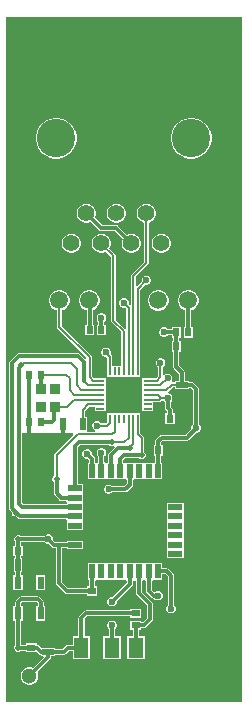
<source format=gbr>
%FSTAX23Y23*%
%MOIN*%
%SFA1B1*%

%IPPOS*%
%ADD10R,0.023622X0.027559*%
%ADD11R,0.019685X0.039370*%
%ADD12R,0.039370X0.019685*%
%ADD13R,0.047244X0.019685*%
%ADD14R,0.019685X0.047244*%
%ADD15R,0.094488X0.094488*%
%ADD16R,0.007874X0.027559*%
%ADD17R,0.027559X0.007874*%
%ADD18R,0.035433X0.037401*%
%ADD19C,0.019685*%
%ADD20R,0.051181X0.066929*%
%ADD21R,0.027559X0.023622*%
%ADD22R,0.023622X0.043307*%
%ADD23C,0.011811*%
%ADD24C,0.007874*%
%ADD25C,0.062992*%
%ADD26C,0.023622*%
%ADD27C,0.051181*%
%ADD28C,0.090551*%
%ADD29C,0.059842*%
%ADD30C,0.055905*%
%ADD31C,0.082677*%
%ADD32C,0.127952*%
%ADD33C,0.023622*%
%LNwol_pcb_copper_signal_top-1*%
%LPD*%
G36*
X00787Y0D02*
X0D01*
Y02283*
X00787*
Y0*
G37*
%LNwol_pcb_copper_signal_top-2*%
%LPC*%
G36*
X00625Y01946D02*
X00612D01*
X00598Y01944*
X00586Y01938*
X00575Y01931*
X00565Y01922*
X00558Y0191*
X00553Y01898*
X0055Y01885*
Y01872*
X00553Y01858*
X00558Y01846*
X00565Y01835*
X00575Y01825*
X00586Y01818*
X00598Y01813*
X00612Y0181*
X00625*
X00638Y01813*
X0065Y01818*
X00661Y01825*
X00671Y01835*
X00678Y01846*
X00684Y01858*
X00686Y01872*
Y01885*
X00684Y01898*
X00678Y0191*
X00671Y01922*
X00661Y01931*
X0065Y01938*
X00638Y01944*
X00625Y01946*
G37*
G36*
X00175D02*
X00162D01*
X00148Y01944*
X00136Y01938*
X00125Y01931*
X00115Y01922*
X00108Y0191*
X00103Y01898*
X001Y01885*
Y01872*
X00103Y01858*
X00108Y01846*
X00115Y01835*
X00125Y01825*
X00136Y01818*
X00148Y01813*
X00162Y0181*
X00175*
X00188Y01813*
X002Y01818*
X00211Y01825*
X00221Y01835*
X00228Y01846*
X00234Y01858*
X00236Y01872*
Y01885*
X00234Y01898*
X00228Y0191*
X00221Y01922*
X00211Y01931*
X002Y01938*
X00188Y01944*
X00175Y01946*
G37*
G36*
X00372Y0166D02*
X00364D01*
X00356Y01658*
X00349Y01654*
X00343Y01648*
X00338Y01641*
X00336Y01632*
Y01624*
X00338Y01616*
X00343Y01609*
X00349Y01603*
X00356Y01599*
X00364Y01596*
X00372*
X00381Y01599*
X00388Y01603*
X00394Y01609*
X00398Y01616*
X004Y01624*
Y01632*
X00398Y01641*
X00394Y01648*
X00388Y01654*
X00381Y01658*
X00372Y0166*
G37*
G36*
X00522Y0156D02*
X00514D01*
X00506Y01558*
X00499Y01554*
X00493Y01548*
X00488Y01541*
X00486Y01532*
Y01524*
X00488Y01516*
X00493Y01509*
X00499Y01503*
X00506Y01499*
X00514Y01496*
X00522*
X00531Y01499*
X00538Y01503*
X00544Y01509*
X00548Y01516*
X0055Y01524*
Y01532*
X00548Y01541*
X00544Y01548*
X00538Y01554*
X00531Y01558*
X00522Y0156*
G37*
G36*
X00272Y0166D02*
X00264D01*
X00256Y01658*
X00249Y01654*
X00243Y01648*
X00238Y01641*
X00236Y01632*
Y01624*
X00238Y01616*
X00243Y01609*
X00249Y01603*
X00256Y01599*
X00264Y01596*
X00272*
X00281Y01599*
X00283Y016*
X00311Y01571*
X00314Y01569*
X00318Y01568*
X00364*
X0039Y01543*
X00388Y01541*
X00386Y01532*
Y01524*
X00388Y01516*
X00393Y01509*
X00399Y01503*
X00406Y01499*
X00414Y01496*
X00422*
X00431Y01499*
X00438Y01503*
X00444Y01509*
X00448Y01516*
X0045Y01524*
Y01532*
X00448Y01541*
X00444Y01548*
X00438Y01554*
X00431Y01558*
X00422Y0156*
X00414*
X00406Y01558*
X00404Y01557*
X00375Y01585*
X00372Y01588*
X00368Y01588*
X00322*
X00297Y01614*
X00298Y01616*
X003Y01624*
Y01632*
X00298Y01641*
X00294Y01648*
X00288Y01654*
X00281Y01658*
X00272Y0166*
G37*
G36*
X00222Y0156D02*
X00214D01*
X00206Y01558*
X00199Y01554*
X00193Y01548*
X00188Y01541*
X00186Y01532*
Y01524*
X00188Y01516*
X00193Y01509*
X00199Y01503*
X00206Y01499*
X00214Y01496*
X00222*
X00231Y01499*
X00238Y01503*
X00244Y01509*
X00248Y01516*
X0025Y01524*
Y01532*
X00248Y01541*
X00244Y01548*
X00238Y01554*
X00231Y01558*
X00222Y0156*
G37*
G36*
X00472Y0166D02*
X00464D01*
X00456Y01658*
X00449Y01654*
X00443Y01648*
X00438Y01641*
X00436Y01632*
Y01624*
X00438Y01616*
X00443Y01609*
X00449Y01603*
X00456Y01599*
X0046Y01597*
Y01467*
X00419Y01426*
X00417Y01424*
X00417Y01421*
Y01325*
X00412Y01323*
X00409Y01327*
X00409Y01327*
Y01333*
X00407Y01339*
X00402Y01344*
X00396Y01346*
X0039*
X00384Y01344*
X0038Y01339*
X00377Y01333*
Y01327*
X0038Y01321*
X00384Y01317*
X0039Y01314*
X00396*
X00397Y01315*
X00401Y01311*
Y01246*
X00396Y01244*
X00366Y01274*
Y01488*
X00365Y01491*
X00363Y01493*
Y01493*
X00345Y01511*
X00348Y01516*
X0035Y01524*
Y01532*
X00348Y01541*
X00344Y01548*
X00338Y01554*
X00331Y01558*
X00322Y0156*
X00314*
X00306Y01558*
X00299Y01554*
X00293Y01548*
X00288Y01541*
X00286Y01532*
Y01524*
X00288Y01516*
X00293Y01509*
X00299Y01503*
X00306Y01499*
X00314Y01496*
X00322*
X00331Y01499*
X00334Y015*
X0035Y01484*
Y01271*
X0035Y01268*
X00352Y01265*
X00385Y01232*
Y01123*
X00382Y0112*
X0037*
X00365*
X00354*
Y0115*
Y0115*
X00353Y01153*
X00352Y01156*
X00349Y01159*
X0035Y01162*
Y01168*
X00347Y01174*
X00343Y01178*
X00337Y01181*
X00331*
X00325Y01178*
X00321Y01174*
X00318Y01168*
Y01162*
X00321Y01156*
X00325Y01152*
X00331Y01149*
X00335*
X00338Y01147*
Y01102*
X00338Y01101*
Y01084*
X00365*
X0037*
X00375*
X00412*
X00417*
X00417*
X00448*
Y01101*
X00448Y01102*
Y01374*
X00464Y0139*
X00465Y01389*
X00471*
X00477Y01392*
X00481Y01396*
X00484Y01402*
Y01408*
X00481Y01414*
X00477Y01418*
X00471Y01421*
X00465*
X00459Y01418*
X00455Y01414*
X00452Y01408*
Y01402*
X00453Y01401*
X00438Y01386*
X00433Y01388*
Y01417*
X00474Y01458*
Y01458*
X00475Y01461*
X00476Y01464*
Y01597*
X00481Y01599*
X00488Y01603*
X00494Y01609*
X00498Y01616*
X005Y01624*
Y01632*
X00498Y01641*
X00494Y01648*
X00488Y01654*
X00481Y01658*
X00472Y0166*
G37*
G36*
X00513Y01372D02*
X00504D01*
X00495Y0137*
X00488Y01365*
X00481Y01359*
X00477Y01351*
X00475Y01343*
Y01334*
X00477Y01325*
X00481Y01317*
X00488Y01311*
X00495Y01307*
X00504Y01304*
X00513*
X00521Y01307*
X00529Y01311*
X00535Y01317*
X0054Y01325*
X00542Y01334*
Y01343*
X0054Y01351*
X00535Y01359*
X00529Y01365*
X00521Y0137*
X00513Y01372*
G37*
G36*
X00322Y01295D02*
X00315D01*
X00309Y01292*
X00305Y01288*
X00303Y01282*
Y01276*
X00305Y0127*
X00308Y01267*
Y01257*
X00303*
Y01222*
X00334*
Y01257*
X00328*
Y01267*
X00332Y0127*
X00334Y01276*
Y01282*
X00332Y01288*
X00327Y01292*
X00322Y01295*
G37*
G36*
X00283Y01372D02*
X00274D01*
X00265Y0137*
X00257Y01365*
X00251Y01359*
X00246Y01351*
X00244Y01343*
Y01334*
X00246Y01325*
X00251Y01317*
X00257Y01311*
X00265Y01307*
X00269Y01306*
Y01257*
X00263*
Y01222*
X00295*
Y01257*
X00289*
Y01306*
X00291Y01307*
X00299Y01311*
X00305Y01317*
X0031Y01325*
X00312Y01334*
Y01343*
X0031Y01351*
X00305Y01359*
X00299Y01365*
X00291Y0137*
X00283Y01372*
G37*
G36*
X00613D02*
X00604D01*
X00595Y0137*
X00588Y01365*
X00581Y01359*
X00577Y01351*
X00575Y01343*
Y01334*
X00577Y01325*
X00581Y01317*
X00588Y01311*
X00595Y01307*
X00598Y01306*
Y0125*
X00592*
Y01214*
X00624*
Y0125*
X00618*
Y01306*
X00621Y01307*
X00629Y01311*
X00635Y01317*
X0064Y01325*
X00642Y01334*
Y01343*
X0064Y01351*
X00635Y01359*
X00629Y01365*
X00621Y0137*
X00613Y01372*
G37*
G36*
X00183D02*
X00174D01*
X00165Y0137*
X00157Y01365*
X00151Y01359*
X00146Y01351*
X00144Y01343*
Y01334*
X00146Y01325*
X00151Y01317*
X00157Y01311*
X00165Y01307*
X0017Y01305*
Y0125*
X00171Y01247*
X00172Y01244*
X0027Y01147*
X00269Y01145*
X00264Y01143*
X00247Y0116*
X00243Y01162*
X0024Y01163*
X00043*
X00039Y01162*
X00036Y0116*
X00012Y01137*
X0001Y01133*
X00009Y01129*
Y00645*
X0001Y00641*
X00012Y00638*
X00019Y00631*
Y00629*
X00021Y00624*
X00025Y0062*
X0003Y00618*
X00033*
X0004Y00611*
X00043Y00608*
X00047Y00608*
X00199*
X00202Y00604*
Y006*
Y00599*
Y00572*
X00257*
Y00599*
Y006*
Y00604*
Y00605*
Y00631*
Y00635*
Y00663*
Y00667*
Y00694*
Y00698*
Y00726*
X0024*
Y00848*
X00248Y00856*
X00344*
X00346Y00854*
X00351Y00852*
X00357*
X00359Y00853*
X00362Y00849*
X00343Y00829*
X00341Y00826*
X0034Y00822*
Y008*
X00337Y00797*
X00332Y00797*
X00328Y00801*
Y00818*
X00332Y00821*
X00334Y00827*
Y00833*
X00332Y00839*
X00327Y00844*
X00322Y00846*
X00315*
X00309Y00844*
X00305Y00839*
X00303Y00833*
Y00827*
X00305Y00821*
X00308Y00818*
Y008*
X00305Y00797*
X003Y00797*
X00297Y00801*
Y00811*
X00296Y00814*
X00294Y00818*
X00287Y00825*
Y00829*
X00285Y00835*
X0028Y0084*
X00274Y00842*
X00268*
X00262Y0084*
X00258Y00835*
X00255Y00829*
Y00823*
X00258Y00817*
X00262Y00813*
X00268Y00811*
X00273*
X00277Y00806*
Y00797*
X00273*
Y00742*
X003*
X00301*
X00305*
X00306*
X00331*
X00332*
X00336*
X00337*
X00364*
X00368*
X00394*
X00395*
X00399*
X00403Y00738*
Y00728*
X00393Y00718*
X00354*
X00351Y00722*
X00345Y00724*
X00339*
X00333Y00722*
X00329Y00717*
X00326Y00711*
Y00705*
X00329Y00699*
X00333Y00695*
X00339Y00692*
X00345*
X00351Y00695*
X00354Y00698*
X00397*
X00401Y00699*
X00404Y00701*
X0042Y00717*
X00422Y0072*
X00423Y00724*
Y00738*
X00426Y00742*
X00431*
X00432*
X00457*
X00458*
X00462*
X00463*
X00489*
X0049*
X00494*
X00495*
X00521*
Y00797*
X00517*
Y0082*
X00523*
Y00856*
X00517*
Y00865*
X00523Y00871*
X00602*
X00606Y00872*
X00609Y00874*
X00632Y00897*
X00636*
X00642Y009*
X00647Y00904*
X00649Y0091*
Y00916*
X00647Y00922*
X00643Y00925*
Y01043*
X00643Y01047*
X0064Y0105*
X00627Y01064*
X00623Y01066*
X0062Y01067*
X0061*
Y0107*
X00596*
Y01098*
X00595Y01102*
X00593Y01105*
X00578Y0112*
Y01167*
X00584*
Y01202*
X00578*
Y01214*
X00584*
Y0125*
X00553*
Y01242*
X00539*
X00536Y01245*
X0053Y01248*
X00524*
X00518Y01245*
X00514Y01241*
X00511Y01235*
Y01229*
X00514Y01223*
X00518Y01218*
X00524Y01216*
X0053*
X00536Y01218*
X00539Y01222*
X00553*
Y01214*
X00558*
Y01202*
X00553*
Y01167*
X00558*
Y01116*
X00559Y01112*
X00561Y01109*
X00576Y01094*
Y0107*
X00562*
Y01065*
X00555*
X00552Y01069*
X00555Y01075*
Y01081*
X00552Y01087*
X00548Y01092*
X00542Y01094*
X00536*
X0053Y01092*
X00528Y0109*
X00523Y01092*
Y01116*
X00524Y01116*
X00529Y01121*
X00531Y01126*
Y01133*
X00529Y01138*
X00524Y01143*
X00518Y01145*
X00512*
X00506Y01143*
X00502Y01138*
X005Y01133*
Y01126*
X00502Y01121*
X00506Y01116*
X00507Y01116*
Y01086*
X005Y01078*
X00472*
X00471Y01078*
X00454*
Y01052*
Y01047*
Y01047*
Y01005*
Y01*
Y00999*
Y00968*
X0049*
Y00999*
X00511*
X00514Y01*
X00517Y01002*
X00521Y01005*
X00525Y01005*
X00526Y01004*
X00529Y01001*
Y0098*
X0053Y00976*
X00532Y00973*
X00537Y00968*
Y00962*
X00531*
Y00927*
X00562*
Y00962*
X00557*
Y00972*
X00556Y00976*
X00554Y00979*
X00549Y00984*
Y01001*
X00552Y01004*
X00555Y0101*
Y01016*
X00552Y01022*
X00548Y01027*
X00543Y01029*
X00542Y01031*
X00542Y01031*
X00541Y01034*
X00556Y01049*
X00562*
Y01043*
X0061*
Y01047*
X00615*
X00623Y01039*
Y00925*
X0062Y00922*
X00618Y00916*
Y00911*
X00598Y00891*
X00519*
X00515Y00891*
X00512Y00888*
X005Y00877*
X00498Y00873*
X00497Y0087*
Y00856*
X00492*
Y0082*
X00497*
Y008*
X00494Y00797*
X0049*
X00489*
X00463*
X00462*
X00458*
X00457*
X00432*
X00431*
X00427*
X00426*
X004*
X00399*
X00395*
X00391Y00801*
Y00806*
X00397Y00812*
X00443*
X00444Y00811*
X0045Y00809*
X00455*
X0046Y00811*
X00464Y00815*
X00466Y0082*
Y00825*
X00464Y0083*
X0046Y00834*
Y00881*
X0046Y00884*
X00458Y00887*
X00448Y00897*
Y00944*
X00448Y00945*
Y00962*
X00422*
X00417*
X00417*
X0037*
X00365*
X00338*
Y00945*
X00338Y00944*
Y00932*
X00335Y00929*
X00316*
X00316Y0093*
X00312Y00934*
X00306Y00937*
X003*
X00294Y00934*
X00289Y0093*
X00287Y00924*
Y00918*
X00289Y00912*
X00294Y00907*
X00297Y00906*
X00296Y00901*
X00271*
Y00948*
X00265*
Y00971*
X00278Y00984*
X00297*
Y00968*
X00332*
Y00995*
Y00999*
Y01*
Y01042*
Y01047*
Y01047*
Y01078*
X00315*
X00314Y01078*
X00294*
X00287Y01086*
Y01149*
X00286Y01152*
X00285Y01155*
X00186Y01253*
Y01305*
X00191Y01307*
X00199Y01311*
X00205Y01317*
X0021Y01325*
X00212Y01334*
Y01343*
X0021Y01351*
X00205Y01359*
X00199Y01365*
X00191Y0137*
X00183Y01372*
G37*
G36*
X00144Y00559D02*
X00138D01*
X00132Y00556*
X00129Y00553*
X0005*
X00049Y00554*
X00044Y00557*
X00038*
X00033Y00554*
X00029Y00551*
X00027Y00546*
Y0054*
X00029Y00535*
X00031Y00533*
Y00521*
X00025*
Y00486*
X00031*
Y0048*
X00027*
Y00433*
X00031*
Y00423*
X00025*
Y00372*
X00057*
Y00423*
X00051*
Y00433*
X00055*
Y0048*
X00051*
Y00486*
X00057*
Y00521*
X00051*
Y00533*
X00129*
X00132Y00529*
X00138Y00527*
X00143*
X00154Y00516*
X00157Y00514*
X00161Y00513*
X00167*
Y00397*
X00167Y00393*
X0017Y0039*
X00197Y00362*
X002Y0036*
X00204Y0036*
X00269*
Y00354*
X00305*
Y00385*
X00297*
Y00403*
X003Y00407*
X00305*
X00306*
X00331*
X00332*
X00336*
X00337*
X00363*
X00364*
X00368*
X00369*
X00394*
X00395*
X00399*
X00403Y00403*
Y00397*
X00355Y0035*
X00351*
X00345Y00347*
X0034Y00343*
X00338Y00337*
Y00331*
X0034Y00325*
X00345Y00321*
X00351Y00318*
X00357*
X00363Y00321*
X00367Y00325*
X0037Y00331*
Y00336*
X0042Y00386*
X00422Y00389*
X00423Y00393*
Y00403*
X00426Y00406*
X00431Y00406*
X00434Y00403*
Y00362*
X00435Y00358*
X00437Y00355*
X0047Y00322*
Y00279*
X00456Y00265*
X0045*
Y00271*
X00415*
Y0024*
X00423*
Y00218*
X00403*
Y00143*
X00462*
Y00218*
X00443*
Y0024*
X0045*
Y00245*
X0046*
X00464Y00246*
X00467Y00248*
X00487Y00268*
X00489Y00271*
X0049Y00275*
Y00326*
X00489Y0033*
X00487Y00333*
X00454Y00366*
Y00403*
X00457Y00406*
X00463Y00406*
X00466Y00403*
Y0037*
X00467Y00366*
X00469Y00362*
X00485Y00347*
X00488Y00345*
X00492Y00344*
X00495*
X00498Y0034*
X00504Y00338*
X00511*
X00516Y0034*
X00521Y00345*
X00523Y00351*
Y00357*
X00521Y00363*
X00516Y00367*
X00511Y0037*
X00504*
X00498Y00367*
X00495Y00364*
X00486Y00374*
Y00403*
X00489Y00407*
X00494*
X00495*
X00521*
Y00425*
X00533*
X00541Y00417*
Y00323*
X00537Y00319*
X00535Y00314*
Y00307*
X00537Y00302*
X00542Y00297*
X00548Y00295*
X00554*
X0056Y00297*
X00564Y00302*
X00566Y00307*
Y00314*
X00564Y00319*
X00561Y00323*
Y00421*
X0056Y00425*
X00558Y00428*
X00544Y00442*
X00541Y00444*
X00537Y00445*
X00521*
Y00462*
X00495*
X00494*
X0049*
X00489*
X00463*
X00462*
X00458*
X00457*
X00432*
X00431*
X00427*
X00426*
X004*
X00399*
X00395*
X00394*
X00369*
X00368*
X00364*
X00363*
X00337*
X00336*
X00332*
X00331*
X00306*
X00305*
X00301*
X003*
X00273*
Y00407*
X00277*
Y00385*
X00269*
Y0038*
X00208*
X00187Y00401*
Y00513*
X00202*
Y00509*
X00257*
Y00537*
X00202*
Y00533*
X00165*
X00157Y00541*
Y00546*
X00155Y00552*
X0015Y00556*
X00144Y00559*
G37*
G36*
X00592Y00663D02*
X00537D01*
Y00636*
Y00635*
Y00631*
Y0063*
Y00605*
Y00604*
Y006*
Y00599*
Y00573*
Y00572*
Y00568*
Y00567*
Y00542*
Y00541*
Y00537*
Y00536*
Y0051*
Y00509*
Y00505*
Y00504*
Y00478*
X00592*
Y00504*
Y00505*
Y00509*
Y0051*
Y00536*
Y00537*
Y00541*
Y00542*
Y00567*
Y00568*
Y00572*
Y00573*
Y00599*
Y006*
Y00604*
Y00605*
Y0063*
Y00631*
Y00635*
Y00636*
Y00663*
G37*
G36*
X00131Y00423D02*
X001D01*
Y00372*
X00131*
Y00423*
G37*
G36*
X00106Y00352D02*
X00051D01*
X00047Y00351*
X00044Y00349*
X00034Y00339*
X00032Y00336*
X00031Y00332*
Y0032*
X00025*
Y00269*
X00031*
Y0019*
X00029Y00188*
X00027Y00183*
Y00178*
X00029Y00173*
X00033Y00169*
X00038Y00167*
X00044*
X00049Y00169*
X0005Y00171*
X00066*
Y00165*
X00102*
X00105Y00166*
X00111Y0016*
X00114Y00157*
X00118Y00157*
Y00153*
X00124*
X00126Y00148*
X00091Y00113*
X0009Y00114*
X00082Y00116*
X00074*
X00067Y00114*
X0006Y0011*
X00055Y00104*
X00051Y00098*
X00049Y0009*
Y00082*
X00051Y00075*
X00055Y00068*
X0006Y00062*
X00067Y00059*
X00074Y00057*
X00082*
X0009Y00059*
X00096Y00062*
X00102Y00068*
X00106Y00075*
X00108Y00082*
Y0009*
X00106Y00098*
X00105Y00099*
X00148Y00142*
X00151Y00145*
X00151Y00149*
Y00153*
X00165*
Y00157*
X00194*
X00198Y00158*
X00201Y0016*
X00212Y00171*
X00222*
Y00143*
X00281*
Y00218*
X00262*
Y00275*
X00271Y00285*
X00415*
Y00279*
X0045*
Y00311*
X00415*
Y00305*
X00267*
X00263Y00304*
X0026Y00302*
X00244Y00286*
X00242Y00283*
X00241Y00279*
Y00218*
X00222*
Y00191*
X00208*
X00204Y0019*
X00201Y00188*
X0019Y00177*
X00165*
Y00181*
X00118*
X00111Y00188*
X00108Y0019*
X00104Y00191*
X00102*
Y00196*
X00066*
Y00191*
X00051*
Y00269*
X00057*
Y0032*
X00051*
Y00328*
X00055Y00332*
X00102*
X00106Y00328*
Y0032*
X001*
Y00269*
X00131*
Y0032*
X00126*
Y00332*
X00125Y00336*
X00123Y00339*
X00113Y00349*
X0011Y00351*
X00106Y00352*
G37*
G36*
X00357Y00271D02*
X00351D01*
X00345Y00269*
X0034Y00264*
X00338Y00259*
Y00252*
X0034Y00246*
X00344Y00243*
Y00218*
X00324*
Y00143*
X00383*
Y00218*
X00364*
Y00243*
X00367Y00246*
X0037Y00252*
Y00259*
X00367Y00264*
X00363Y00269*
X00357Y00271*
G37*
%LNwol_pcb_copper_signal_top-3*%
%LPD*%
G36*
X00225Y0089D02*
X00163Y00828D01*
X00161Y00825*
X00161Y00822*
Y00755*
X00157Y00751*
X00155Y00746*
Y00741*
X00157Y00736*
X00159Y00734*
Y00696*
X0016Y00693*
X00162Y00689*
X00177Y00674*
X00181Y00671*
X00185Y00671*
X00199*
X00202Y00667*
Y00664*
X00199Y00659*
X00059*
X00053Y00665*
Y00895*
X00223*
X00225Y0089*
G37*
G54D10*
X00118Y00933D03*
X00078D03*
X00568Y01232D03*
X00608D03*
X00318Y0124D03*
X00279D03*
X00608Y01185D03*
X00568D03*
X00586Y00944D03*
X00547D03*
X00078Y0109D03*
X00118D03*
X00547Y00838D03*
X00507D03*
X0008Y00503D03*
X00041D03*
G54D11*
X00257Y00925D03*
X0019D03*
X00041Y00456D03*
X00108D03*
G54D12*
X00586Y01057D03*
Y0099D03*
X00141Y00167D03*
Y00234D03*
G54D13*
X00564Y00618D03*
Y00649D03*
Y00681D03*
Y00712D03*
Y00586D03*
Y00555D03*
Y00523D03*
Y00492D03*
X0023Y00586D03*
Y00555D03*
Y00523D03*
Y00492D03*
Y00618D03*
Y00649D03*
Y00681D03*
Y00712D03*
G54D14*
X00413Y00435D03*
X00444D03*
X00476D03*
X00507D03*
X00381D03*
X0035D03*
X00318D03*
X00287D03*
X00381Y00769D03*
X0035D03*
X00318D03*
X00287D03*
X00413D03*
X00444D03*
X00476D03*
X00507D03*
G54D15*
X00393Y01023D03*
G54D16*
X00393Y01102D03*
X00409D03*
X00425D03*
X0044D03*
X00377D03*
X00362D03*
X00346D03*
X00393Y00944D03*
X00377D03*
X00362D03*
X00346D03*
X00409D03*
X00425D03*
X0044D03*
G54D17*
X00314Y01023D03*
Y01039D03*
Y01055D03*
Y0107D03*
Y01007D03*
Y00992D03*
Y00976D03*
X00472Y01023D03*
Y01007D03*
Y00992D03*
Y00976D03*
Y01039D03*
Y01055D03*
Y0107D03*
G54D18*
X00118Y01044D03*
X00165Y00983D03*
Y01044D03*
X00118Y00983D03*
G54D19*
X00452Y00822D03*
X00413Y00846D03*
X00354Y00866D03*
X00169Y00744D03*
X00051Y01122D03*
X00033Y00631D03*
X00688Y00877D03*
X00041Y00543D03*
Y00181D03*
G54D20*
X00251Y00181D03*
X00354D03*
X00433D03*
X00531D03*
G54D21*
X00433Y00295D03*
Y00255D03*
X00287Y0033D03*
Y0037D03*
X00084Y0022D03*
Y00181D03*
G54D22*
X00078Y00295D03*
X00041Y00397D03*
X00116D03*
Y00295D03*
X00041D03*
G54D23*
X00149Y00885D02*
X0019D01*
Y00925*
X00586Y00902D02*
Y00944D01*
X00496Y00902D02*
X00586D01*
X00484Y00889D02*
X00496Y00902D01*
X00685Y00838D02*
X00688Y00842D01*
X00547Y00838D02*
X00685D01*
X00688Y00842D02*
Y00877D01*
X00161Y00979D02*
X00165Y00983D01*
X00161Y0094D02*
Y00979D01*
X00153Y00933D02*
X00161Y0094D01*
X00118Y00933D02*
X00153D01*
X00082Y00885D02*
X00149D01*
X00633Y00913D02*
Y01043D01*
X00586Y01057D02*
X0062D01*
X00633Y01043*
X00586Y01057D02*
Y01098D01*
X00568Y0171D02*
Y0171D01*
Y01628D02*
Y0171D01*
X00078Y00889D02*
X00082Y00885D01*
X00342Y00708D02*
X00397D01*
X00413Y00724*
Y00769*
X00492Y00354D02*
X00507D01*
X00476Y0037D02*
X00492Y00354D01*
X00476Y0037D02*
Y00435D01*
X00551Y00311D02*
Y00421D01*
X00537Y00435D02*
X00551Y00421D01*
X00507Y00435D02*
X00537D01*
X00141Y00456D02*
Y00488D01*
X00125Y00503D02*
X00141Y00488D01*
X00108Y00456D02*
X00141D01*
X00078Y00086D02*
X00141Y00149D01*
Y00167*
X00084Y00181D02*
X00104D01*
X00118Y00167*
X00141D02*
X00141Y00167D01*
X00118Y00167D02*
X00141D01*
X00141Y00167D02*
X00194D01*
X00208Y00181*
X00251D02*
Y00279D01*
Y00181D02*
D01*
X00208D02*
X00251D01*
X00081Y00178D02*
X00084Y00181D01*
Y0022D02*
D01*
X00106D02*
X00118Y00232D01*
X00084Y0022D02*
X00106D01*
X00118Y00232D02*
X00139D01*
X00141Y00234*
X00182D02*
X00188Y00241D01*
X00141Y00234D02*
X00182D01*
X00188Y00241D02*
Y0033D01*
X00169Y00696D02*
Y00744D01*
X00019Y00645D02*
X00033Y00631D01*
X00047Y00618*
X00334Y01162D02*
Y01165D01*
X00043Y01114D02*
X00051Y01122D01*
X00244Y00866D02*
X00354D01*
X00653Y01185D02*
Y0161D01*
X00568Y01628D02*
X00635D01*
X00653Y0161*
X00616Y01758D02*
X00704D01*
X00568Y0171D02*
X00616Y01758D01*
X0052D02*
X00568Y0171D01*
X00153Y00337D02*
Y00444D01*
X0016Y0033D02*
X00188D01*
X00153Y00337D02*
X0016Y0033D01*
X00494Y00087D02*
X00707D01*
X00531Y00181D02*
X00688D01*
X00708Y00086D02*
Y00161D01*
X00688Y00181D02*
X00708Y00161D01*
X00707Y00087D02*
X00708Y00086D01*
X00482Y00088D02*
X00494D01*
X00305D02*
X00482D01*
X00653Y01185D02*
X00682D01*
X00688Y00877D02*
Y01178D01*
X00682Y01185D02*
X00688Y01178D01*
X0023Y00555D02*
D01*
X00185D02*
X0023D01*
X00098Y00582D02*
X00157D01*
X00185Y00555*
X0008Y00503D02*
X00125D01*
X00602Y00881D02*
X00633Y00913D01*
X00608Y01185D02*
X00653D01*
X00507Y00769D02*
Y0087D01*
X00564Y00712D02*
Y00785D01*
X00547Y00803D02*
X00564Y00785D01*
X00547Y00803D02*
Y00838D01*
X00564Y00681D02*
D01*
X00374Y00846D02*
X00413D01*
X00393Y00822D02*
X00452D01*
X00444Y00362D02*
Y00435D01*
Y00362D02*
X0048Y00326D01*
Y00275D02*
Y00326D01*
X00078Y00889D02*
Y0109D01*
X00287Y00769D02*
Y00811D01*
X00271Y00826D02*
X00287Y00811D01*
X00519Y00881D02*
X00602D01*
X00507Y0087D02*
X00519Y00881D01*
X00539Y0098D02*
Y01013D01*
Y0098D02*
X00547Y00972D01*
Y00944D02*
Y00972D01*
X00586Y00944D02*
Y0099D01*
X00318Y00769D02*
Y0083D01*
X00568Y01116D02*
X00586Y01098D01*
X00568Y01116D02*
Y01185D01*
Y01232*
X00318Y0124D02*
Y01279D01*
X00527Y01232D02*
X00568D01*
X00279Y0124D02*
Y01338D01*
Y0124D02*
X00279Y0124D01*
X00278Y01338D02*
X00279Y01338D01*
X00608Y01338D02*
X00608Y01338D01*
X00608Y01232D02*
X00608Y01232D01*
Y01338*
X00082Y01758D02*
X0052D01*
X00368Y01578D02*
X00418Y01528D01*
X00318Y01578D02*
X00368D01*
X00268Y01628D02*
X00318Y01578D01*
X00043Y00661D02*
Y01114D01*
Y00661D02*
X00055Y00649D01*
X00259Y0107D02*
Y01133D01*
X0024Y01153D02*
X00259Y01133D01*
X00043Y01153D02*
X0024D01*
X00019Y01129D02*
X00043Y01153D01*
X00019Y00645D02*
Y01129D01*
X00047Y00618D02*
X0023D01*
X00055Y00649D02*
X0023D01*
X00118Y01044D02*
Y0109D01*
X00185Y00681D02*
X0023D01*
X00169Y00696D02*
X00185Y00681D01*
X0023Y00712D02*
Y00852D01*
X00244Y00866*
X0035Y00769D02*
Y00822D01*
X00374Y00846*
X00381Y00769D02*
Y00811D01*
X00393Y00822*
X0035Y00555D02*
X00476Y00681D01*
X00287Y00492D02*
X0035Y00555D01*
X0023D02*
X0035D01*
X00476Y00681D02*
X00507Y00712D01*
X00476Y00681D02*
X00564D01*
X00507Y00712D02*
X00564D01*
X0023Y00492D02*
X00287D01*
X00177Y00397D02*
X00204Y0037D01*
X00177Y00397D02*
Y00523D01*
X00141Y00456D02*
X00153Y00444D01*
X00188Y0033D02*
X00287D01*
X00204Y0037D02*
X00287D01*
X00177Y00523D02*
X0023D01*
X00161D02*
X00177D01*
X00041Y00503D02*
Y00543D01*
X00141*
X00161Y00523*
X00413Y00393D02*
Y00435D01*
X00354Y00334D02*
X00413Y00393D01*
X00287Y0037D02*
Y00435D01*
X0046Y00255D02*
X0048Y00275D01*
X00433Y00255D02*
X0046D01*
X00354Y00181D02*
Y00255D01*
X00041Y00397D02*
Y00503D01*
X00251Y00279D02*
X00267Y00295D01*
X00433*
X00041Y00181D02*
X00084D01*
X00041D02*
Y00295D01*
X00433Y00181D02*
Y00255D01*
X00078D02*
Y00295D01*
X00084Y0022D02*
Y0025D01*
X00078Y00255D02*
X00084Y0025D01*
X00116Y00295D02*
Y00332D01*
X00106Y00342D02*
X00116Y00332D01*
X00051Y00342D02*
X00106D01*
X00041Y00332D02*
X00051Y00342D01*
X00041Y00295D02*
Y00332D01*
G54D24*
X00257Y00925D02*
Y00974D01*
X00275Y00992*
X00314*
X00303Y00921D02*
X00338D01*
X00553Y01057D02*
X00586D01*
X00535Y01039D02*
X00553Y01057D01*
X00362Y00901D02*
Y00944D01*
X00354Y00893D02*
X00362Y00901D01*
X0024Y00893D02*
X00354D01*
X00169Y00822D02*
X0024Y00893D01*
X00169Y00744D02*
Y00822D01*
X00354Y00866D02*
X00393D01*
X00409Y00881*
Y00944*
X00413Y00846D02*
X00425Y00858D01*
Y00944*
X0044Y00893D02*
Y00944D01*
Y00893D02*
X00452Y00881D01*
Y00822D02*
Y00881D01*
X00346Y00929D02*
Y00944D01*
X00338Y00921D02*
X00346Y00929D01*
X00165Y00983D02*
X00203D01*
X00228Y01007*
X00314*
X00228Y01023D02*
X00314D01*
X00212Y01039D02*
X00228Y01023D01*
X00212Y01039D02*
Y01078D01*
X00236Y01055D02*
Y0111D01*
Y01055D02*
X00251Y01039D01*
X00314*
X00216Y01129D02*
X00236Y0111D01*
X002Y0109D02*
X00212Y01078D01*
X00118Y0109D02*
X002D01*
X00259Y0107D02*
X00275Y01055D01*
X00314*
X00059Y01129D02*
X00216D01*
X00051Y01122D02*
X00059Y01129D01*
X00178Y0125D02*
X00279Y01149D01*
X00291Y0107D02*
X00314D01*
X00279Y01082D02*
X00291Y0107D01*
X00279Y01082D02*
Y01149D01*
X00511Y01007D02*
X00517Y01013D01*
X00472Y01007D02*
X00511D01*
X00472Y01023D02*
X00507D01*
X00517Y01013*
X00539*
X00472Y01039D02*
X00535D01*
X00472Y01055D02*
X00515D01*
X00539Y01078*
X00515Y01082D02*
Y01129D01*
X00472Y0107D02*
X00503D01*
X00515Y01082*
X0044Y01377D02*
X00468Y01405D01*
X0044Y01102D02*
Y01377D01*
X00468Y01464D02*
Y01628D01*
X00468Y01628*
X00425Y01102D02*
Y01421D01*
X00468Y01464*
X00409Y01102D02*
Y01314D01*
X00393Y0133D02*
X00409Y01314D01*
X00318Y01527D02*
Y01528D01*
Y01527D02*
X00358Y01488D01*
Y01271D02*
Y01488D01*
Y01271D02*
X00393Y01236D01*
Y01102D02*
Y01236D01*
X00334Y01162D02*
X00346Y0115D01*
Y01102D02*
Y0115D01*
X00178Y0125D02*
Y01338D01*
X00118Y0109D02*
D01*
G54D25*
X00393Y01023D03*
G54D26*
X00421Y00996D03*
Y01051D03*
X00366D03*
Y00996D03*
G54D27*
X00708Y00086D03*
X00078D03*
G54D28*
X00482Y00088D03*
X00305D03*
G54D29*
X00608Y01338D03*
X00508D03*
X00278D03*
X00178D03*
G54D30*
X00218Y01528D03*
X00268Y01628D03*
X00318Y01528D03*
X00368Y01628D03*
X00418Y01528D03*
X00468Y01628D03*
X00518Y01528D03*
X00568Y01628D03*
G54D31*
X00704Y01758D03*
X00082D03*
G54D32*
X00168Y01878D03*
X00618D03*
G54D33*
X00303Y00921D03*
X00078Y00885D03*
X00342Y00708D03*
X00507Y00354D03*
X00551Y00311D03*
X00098Y00582D03*
X00125Y00503D03*
X00653Y01185D03*
X00141Y00543D03*
X00633Y00913D03*
X00271Y00826D03*
X00484Y00889D03*
X00515Y01129D03*
X00539Y01078D03*
X00318Y0083D03*
Y01279D03*
X00393Y0133D03*
X00527Y01232D03*
X00468Y01405D03*
X00334Y01165D03*
X00188Y0033D03*
X00539Y01013D03*
X00354Y00334D03*
Y00255D03*
M02*
</source>
